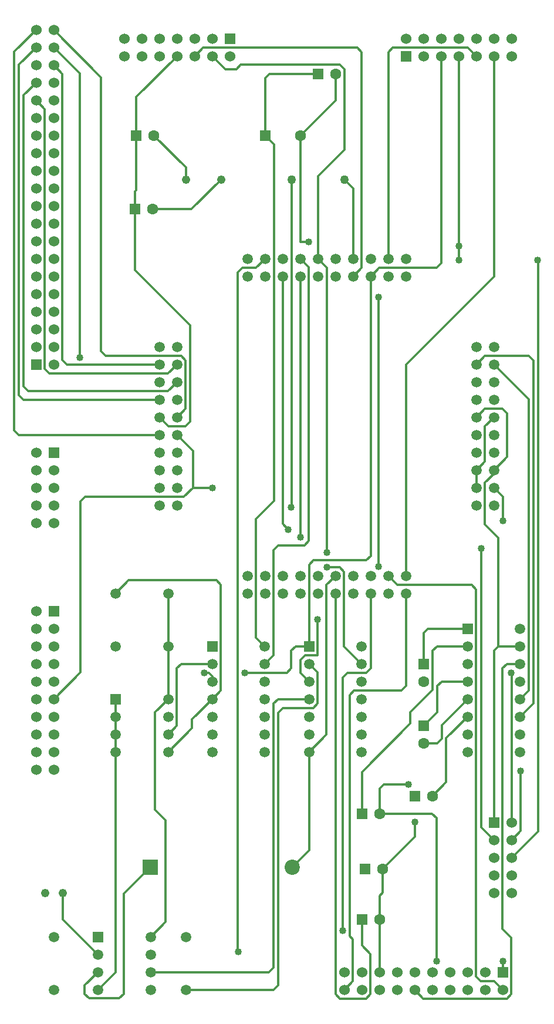
<source format=gbr>
G04 DipTrace 2.3.1.0*
%INPerif_Bottom.gbr*%
%MOIN*%
%ADD13C,0.013*%
%ADD14C,0.0591*%
%ADD15C,0.06*%
%ADD16R,0.06X0.06*%
%ADD17C,0.05*%
%ADD18C,0.05*%
%ADD19C,0.048*%
%ADD20C,0.063*%
%ADD21R,0.063X0.063*%
%ADD22R,0.0591X0.0591*%
%ADD23C,0.0591*%
%ADD25R,0.0866X0.0866*%
%ADD26C,0.0866*%
%ADD27C,0.04*%
%FSLAX44Y44*%
G04*
G70*
G90*
G75*
G01*
%LNBottom*%
%LPD*%
X12437Y36937D2*
D13*
X4457D1*
X4198Y37197D1*
Y58698D1*
X5437Y59937D1*
X13437Y37937D2*
X13927Y38427D1*
Y41167D1*
X13667Y41427D1*
X9392D1*
X9132Y41687D1*
Y57242D1*
X6437Y59937D1*
X12437Y38937D2*
X4717D1*
X4457Y39197D1*
Y57957D1*
X5437Y58937D1*
X7904Y41338D2*
Y57470D1*
X6437Y58937D1*
X5437Y56937D2*
X4717Y56217D1*
Y39687D1*
X4977Y39427D1*
X12927D1*
X13437Y39937D1*
X6437Y57937D2*
X6932Y57442D1*
Y41197D1*
X7192Y40937D1*
X12437D1*
X5437Y55937D2*
X5932Y55442D1*
Y40687D1*
X6192Y40427D1*
X12927D1*
X13437Y40937D1*
Y36937D2*
X14335Y36039D1*
Y33932D1*
X13830Y33427D1*
X8211D1*
X7951Y33167D1*
Y23451D1*
X6437Y21937D1*
X31437Y37937D2*
X30927Y37427D1*
Y35427D1*
X30437Y34937D1*
X23437Y46937D2*
Y50937D1*
X22937Y51437D1*
X32437Y14937D2*
Y23430D1*
X32426Y23441D1*
X31437Y33937D2*
X31939Y33435D1*
Y32048D1*
X14335Y33932D2*
X15439D1*
X30437Y34937D2*
Y33937D1*
X13437Y58437D2*
X11122Y56122D1*
Y53937D1*
X19972Y12402D2*
X20937Y13366D1*
Y18937D1*
X9937Y21937D2*
Y20937D1*
X22437Y57437D2*
Y55937D1*
X20437Y53937D1*
X24937Y6437D2*
Y9437D1*
X31437Y14937D2*
Y24677D1*
X31697Y24937D1*
Y31101D1*
X30927Y31871D1*
Y34213D1*
X31437Y34722D1*
Y34937D1*
X31697Y24937D2*
X32929D1*
X11059Y49749D2*
Y46300D1*
X14187Y43172D1*
Y37687D1*
X13927Y37427D1*
X12947D1*
X12437Y37937D1*
X11122Y53937D2*
Y50810D1*
X11059Y50747D1*
Y49749D1*
X20937Y18937D2*
X21927Y19927D1*
Y28427D1*
X22437Y28937D1*
X9937Y18937D2*
Y6437D1*
X8937Y5437D1*
X9937Y19937D2*
Y18937D1*
Y20937D2*
Y19937D1*
X20928Y47899D2*
D3*
X20437Y53937D2*
Y47885D1*
X20728D1*
X20742Y47899D1*
X20928D1*
X25128Y12309D2*
X26937Y14118D1*
Y14964D1*
X24937Y9437D2*
Y10772D1*
X25128Y10962D1*
Y12309D1*
X31437Y34937D2*
X32187Y35687D1*
Y38167D1*
X31927Y38427D1*
X30927D1*
X30437Y37937D1*
X31437Y34937D2*
D3*
X19937Y51437D2*
Y32844D1*
X19921Y32828D1*
X23437Y45937D2*
X23927Y46427D1*
Y58672D1*
X23667Y58932D1*
X14932D1*
X14437Y58437D1*
X21935Y30262D2*
Y46439D1*
X21437Y46937D1*
X23929Y23937D2*
X22927Y24939D1*
Y29167D1*
X22667Y29427D1*
X21945D1*
X21935Y29417D1*
X21437Y46937D2*
Y51627D1*
X22947Y53137D1*
Y57687D1*
X22687Y57947D1*
X17057D1*
X16807Y57697D1*
X16177D1*
X15437Y58437D1*
X30705Y30489D2*
Y14669D1*
X31437Y13937D1*
X20437Y31143D2*
Y45937D1*
X22437Y27937D2*
Y5202D1*
X22697Y4942D1*
X24172D1*
X24432Y5202D1*
Y7451D1*
X23937Y7946D1*
Y9437D1*
X32946Y17854D2*
Y14446D1*
X32437Y13937D1*
X19759Y31561D2*
X19437Y31883D1*
Y45937D1*
X25437Y46937D2*
Y58672D1*
X25697Y58932D1*
X29942D1*
X30437Y58437D1*
X24891Y29450D2*
Y44748D1*
X20937Y22937D2*
X20447Y23427D1*
Y24167D1*
X20707Y24427D1*
X21427D1*
Y26450D1*
X21415Y26462D1*
X33920Y46859D2*
D3*
X29437Y58437D2*
Y47672D1*
X33920Y46859D2*
X33939Y46841D1*
Y14439D1*
X32437Y12937D1*
X29438Y47671D2*
Y46859D1*
X28437Y58437D2*
Y46687D1*
X28177Y46427D1*
X24927D1*
X24437Y45937D1*
X14984Y23441D2*
X15237D1*
X15437Y23241D1*
Y22937D1*
X20937Y24937D2*
X20187D1*
X19927Y24677D1*
Y23701D1*
X19667Y23441D1*
X17290D1*
X24437Y45937D2*
Y30072D1*
X24177Y29812D1*
X21197D1*
X20937Y29552D1*
Y24937D1*
X30437Y40937D2*
X30927Y41427D1*
X33419D1*
X33679Y41167D1*
Y21687D1*
X32929Y20937D1*
X31437Y40937D2*
X33419Y38955D1*
Y22427D1*
X32929Y21937D1*
X13937Y51437D2*
Y52121D1*
X12122Y53937D1*
X15937Y51437D2*
X14249Y49749D1*
X12059D1*
X18429Y23937D2*
X18927Y24435D1*
Y30397D1*
X19187Y30657D1*
X20667D1*
X20927Y30917D1*
Y46447D1*
X20437Y46937D1*
X15437Y23937D2*
X13687D1*
X13427Y23677D1*
Y20427D1*
X12937Y19937D1*
Y18937D2*
X14289Y20289D1*
Y20789D1*
X15437Y21937D1*
X15927Y22427D1*
Y28427D1*
X15667Y28687D1*
X10687D1*
X9937Y27937D1*
X26437D2*
Y22687D1*
X26177Y22427D1*
X23499D1*
X23239Y22167D1*
Y8494D1*
X23432Y8301D1*
Y5932D1*
X22937Y5437D1*
X26437Y28937D2*
Y40938D1*
X31437Y45938D1*
Y58437D1*
X12937Y27937D2*
Y24937D1*
X21437Y57437D2*
X18697D1*
X18437Y57177D1*
Y53937D1*
X26580Y17107D2*
X25197D1*
X24937Y16847D1*
Y15437D1*
X12937Y21937D2*
X12187Y21187D1*
Y15661D1*
X12789Y15059D1*
Y9289D1*
X11937Y8437D1*
X12937Y24937D2*
Y21937D1*
X18437Y53937D2*
X18947Y53427D1*
Y33189D1*
X17927Y32169D1*
Y25439D1*
X18429Y24937D1*
X24937Y15437D2*
X27911D1*
X28171Y15177D1*
Y7071D1*
X31937Y7069D2*
Y6437D1*
X16895Y7596D2*
Y46167D1*
X17155Y46427D1*
X17927D1*
X18437Y46937D1*
X29937Y20937D2*
X28726Y19726D1*
Y17226D1*
X27937Y16437D1*
X29937Y24937D2*
X28207D1*
X27947Y24677D1*
Y22447D1*
X26697Y21197D1*
Y20545D1*
X23937Y17785D1*
Y15437D1*
X32929Y23937D2*
X32192D1*
X31932Y23677D1*
Y8886D1*
X32432Y8386D1*
Y5202D1*
X32172Y4942D1*
X27432D1*
X26937Y5437D1*
X29937Y25937D2*
X27697D1*
X27437Y25677D1*
Y23937D1*
X29937Y22937D2*
X28467D1*
X28207Y22677D1*
Y21207D1*
X27437Y20437D1*
X29937Y21937D2*
X28467Y20467D1*
Y19697D1*
X28207Y19437D1*
X27437D1*
X8937Y6437D2*
X8187Y5687D1*
Y5207D1*
X8447Y4947D1*
X10144D1*
X10404Y5207D1*
Y10904D1*
X11902Y12402D1*
X8937Y7437D2*
X6937Y9437D1*
Y10937D1*
X13937Y5437D2*
X18919D1*
X19179Y5697D1*
Y21167D1*
X19439Y21427D1*
X21167D1*
X21427Y21687D1*
Y23447D1*
X20937Y23937D1*
X11937Y6437D2*
X18659D1*
X18919Y6697D1*
Y21677D1*
X19179Y21937D1*
X20937D1*
X25437Y28937D2*
X25947Y28427D1*
X30172D1*
X30432Y28167D1*
Y6192D1*
X30692Y5932D1*
X31442D1*
X31937Y5437D1*
X22844Y8792D2*
Y23167D1*
X23104Y23427D1*
X24177D1*
X24437Y23687D1*
Y27937D1*
D27*
X7904Y41338D3*
X32426Y23441D3*
X31939Y32048D3*
X15439Y33932D3*
X20928Y47899D3*
X26937Y14964D3*
X19921Y32828D3*
X21935Y30262D3*
Y29417D3*
X30705Y30489D3*
X20441Y31139D3*
X32946Y17854D3*
X19759Y31561D3*
X24891Y44748D3*
Y29450D3*
X21415Y26462D3*
X33920Y46859D3*
X29438D3*
Y47671D3*
X17290Y23441D3*
X14984D3*
X28171Y7071D3*
X31939D3*
X26580Y17107D3*
X16901Y7591D3*
X22844Y8792D3*
D14*
X12437Y33937D3*
Y34937D3*
Y35937D3*
Y36937D3*
Y37937D3*
Y38937D3*
Y39937D3*
Y40937D3*
Y41937D3*
Y32937D3*
X13437D3*
Y33937D3*
Y34937D3*
Y35937D3*
Y36937D3*
Y37937D3*
Y38937D3*
Y39937D3*
Y40937D3*
Y41937D3*
X31437Y32937D3*
Y33937D3*
Y34937D3*
Y35937D3*
Y36937D3*
Y37937D3*
Y38937D3*
Y39937D3*
Y40937D3*
Y41937D3*
X30437Y32937D3*
Y33937D3*
Y34937D3*
Y35937D3*
Y36937D3*
Y37937D3*
Y38937D3*
Y39937D3*
Y40937D3*
Y41937D3*
X17437Y45937D3*
X18437D3*
X19437D3*
X20437D3*
X21437D3*
X22437D3*
X23437D3*
X24437D3*
X25437D3*
X26437D3*
X18437Y46937D3*
X19437D3*
X20437D3*
X21437D3*
X22437D3*
X23437D3*
X24437D3*
X25437D3*
X26437D3*
X17437D3*
Y27937D3*
X18437D3*
X19437D3*
X20437D3*
X21437D3*
X22437D3*
X23437D3*
X24437D3*
X25437D3*
X26437D3*
X17437Y28937D3*
X18437D3*
X19437D3*
X20437D3*
X21437D3*
X22437D3*
X23437D3*
X24437D3*
X25437D3*
X26437D3*
D15*
X5437Y59937D3*
Y58937D3*
Y57937D3*
Y56937D3*
Y55937D3*
Y54937D3*
Y53937D3*
Y52937D3*
Y51937D3*
Y50937D3*
Y49937D3*
Y48937D3*
Y47937D3*
Y46937D3*
Y45937D3*
Y44937D3*
Y43937D3*
Y42937D3*
Y41937D3*
D16*
Y40937D3*
D15*
X6437D3*
Y41937D3*
Y42937D3*
Y43937D3*
Y44937D3*
Y45937D3*
Y46937D3*
Y47937D3*
Y48937D3*
Y49937D3*
Y50937D3*
Y51937D3*
Y52937D3*
Y53937D3*
Y54937D3*
Y55937D3*
Y56937D3*
Y57937D3*
Y58937D3*
Y59937D3*
X32437Y10937D3*
X31437D3*
Y11937D3*
X32437D3*
X31437Y12937D3*
X32437D3*
X31437Y13937D3*
X32437D3*
Y14937D3*
D16*
X31437D3*
X16437Y59437D3*
D15*
X15437D3*
X14437D3*
X13437D3*
X12437D3*
X11437D3*
X10437D3*
Y58437D3*
X11437D3*
X12437D3*
X13437D3*
X14437D3*
X15437D3*
X16437D3*
D17*
X22937Y51437D3*
D18*
X19937D3*
D19*
X13937D3*
X15937D3*
D20*
X12059Y49749D3*
D21*
X11059D3*
D20*
X12122Y53937D3*
D21*
X11122D3*
D22*
X9937Y21937D3*
D23*
Y20937D3*
Y19937D3*
Y18937D3*
X12937D3*
Y19937D3*
Y20937D3*
Y21937D3*
D22*
X15437Y24937D3*
D23*
Y23937D3*
Y22937D3*
Y21937D3*
Y20937D3*
Y19937D3*
Y18937D3*
X18429D3*
Y19937D3*
Y20937D3*
Y21937D3*
Y22937D3*
Y23937D3*
Y24937D3*
D14*
X12937D3*
D23*
X9937D3*
D14*
X12937Y27937D3*
D23*
X9937D3*
D20*
X24937Y9437D3*
D21*
X23937D3*
D22*
X29937Y25937D3*
D23*
Y24937D3*
Y23937D3*
Y22937D3*
Y21937D3*
Y20937D3*
Y19937D3*
Y18937D3*
X32929D3*
Y19937D3*
Y20937D3*
Y21937D3*
Y22937D3*
Y23937D3*
Y24937D3*
Y25937D3*
D22*
X8937Y8437D3*
D23*
Y7437D3*
Y6437D3*
Y5437D3*
X11937D3*
Y6437D3*
Y7437D3*
Y8437D3*
D22*
X20937Y24937D3*
D23*
Y23937D3*
Y22937D3*
Y21937D3*
Y20937D3*
Y19937D3*
Y18937D3*
X23929D3*
Y19937D3*
Y20937D3*
Y21937D3*
Y22937D3*
Y23937D3*
Y24937D3*
D25*
X11902Y12402D3*
D26*
X19972D3*
D19*
X5937Y10937D3*
X6937D3*
D16*
X6437Y26937D3*
D15*
Y25937D3*
Y24937D3*
Y23937D3*
Y22937D3*
Y21937D3*
Y20937D3*
Y19937D3*
Y18937D3*
Y17937D3*
X5437D3*
Y18937D3*
Y19937D3*
Y20937D3*
Y21937D3*
Y22937D3*
Y23937D3*
Y24937D3*
Y25937D3*
Y26937D3*
D16*
X31937Y6437D3*
D15*
X30937D3*
X29937D3*
X28937D3*
X27937D3*
X26937D3*
X25937D3*
X24937D3*
X23937D3*
X22937D3*
Y5437D3*
X23937D3*
X24937D3*
X25937D3*
X26937D3*
X27937D3*
X28937D3*
X29937D3*
X30937D3*
X31937D3*
D21*
X23937Y15437D3*
D20*
X24937D3*
D21*
X26937Y16437D3*
D20*
X27937D3*
D21*
X27437Y20437D3*
D20*
Y19437D3*
D21*
Y23937D3*
D20*
Y22937D3*
X22437Y57437D3*
D21*
X21437D3*
D20*
X20437Y53937D3*
D21*
X18437D3*
D14*
X6437Y8437D3*
D23*
Y5437D3*
D14*
X13937Y8437D3*
D23*
Y5437D3*
D16*
X26437Y58437D3*
D15*
X27437D3*
X28437D3*
X29437D3*
X30437D3*
X31437D3*
X32437D3*
Y59437D3*
X31437D3*
X30437D3*
X29437D3*
X28437D3*
X27437D3*
X26437D3*
X5437Y31937D3*
X6437D3*
Y32937D3*
X5437D3*
X6437Y33937D3*
X5437D3*
X6437Y34937D3*
X5437D3*
Y35937D3*
D16*
X6437D3*
D20*
X25128Y12309D3*
D21*
X24128D3*
M02*

</source>
